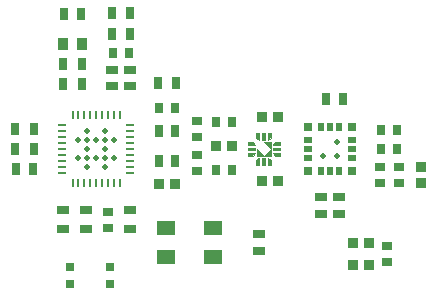
<source format=gbr>
%TF.GenerationSoftware,KiCad,Pcbnew,5.1.10-88a1d61d58~90~ubuntu20.04.1*%
%TF.CreationDate,2021-07-27T13:56:02-04:00*%
%TF.ProjectId,ta-comm-401,74612d63-6f6d-46d2-9d34-30312e6b6963,rev?*%
%TF.SameCoordinates,Original*%
%TF.FileFunction,Paste,Top*%
%TF.FilePolarity,Positive*%
%FSLAX46Y46*%
G04 Gerber Fmt 4.6, Leading zero omitted, Abs format (unit mm)*
G04 Created by KiCad (PCBNEW 5.1.10-88a1d61d58~90~ubuntu20.04.1) date 2021-07-27 13:56:02*
%MOMM*%
%LPD*%
G01*
G04 APERTURE LIST*
%ADD10C,0.500000*%
%ADD11C,0.025000*%
%ADD12R,0.780000X0.990000*%
%ADD13R,0.940000X0.800000*%
%ADD14R,0.830000X0.960000*%
%ADD15R,0.990000X0.780000*%
%ADD16R,0.800000X0.940000*%
%ADD17R,0.960000X0.830000*%
%ADD18R,0.950000X1.000000*%
%ADD19R,0.760000X0.260000*%
%ADD20R,0.260000X0.760000*%
%ADD21R,0.750000X0.750000*%
%ADD22R,0.750000X0.500000*%
%ADD23R,0.500000X0.750000*%
%ADD24R,1.400000X0.600000*%
%ADD25R,1.050000X2.200000*%
%ADD26R,0.800000X0.800000*%
%ADD27R,0.800000X1.000000*%
%ADD28R,1.000000X0.800000*%
%ADD29R,1.600000X1.300000*%
G04 APERTURE END LIST*
D10*
%TO.C,IC1*%
X142949000Y-109500000D02*
X142951000Y-109500000D01*
X142949000Y-108000000D02*
X142951000Y-108000000D01*
X141449000Y-109500000D02*
X141451000Y-109500000D01*
X141449000Y-108000000D02*
X141451000Y-108000000D01*
X143699000Y-108750000D02*
X143701000Y-108750000D01*
X142199000Y-108750000D02*
X142201000Y-108750000D01*
X142949000Y-108750000D02*
X142951000Y-108750000D01*
X141449000Y-108750000D02*
X141451000Y-108750000D01*
X140699000Y-108750000D02*
X140701000Y-108750000D01*
X142949000Y-106500000D02*
X142951000Y-106500000D01*
X141449000Y-106500000D02*
X141451000Y-106500000D01*
X143699000Y-107250000D02*
X143701000Y-107250000D01*
X142949000Y-107250000D02*
X142951000Y-107250000D01*
X142199000Y-107250000D02*
X142201000Y-107250000D01*
X141449000Y-107250000D02*
X141451000Y-107250000D01*
X140699000Y-107250000D02*
X140701000Y-107250000D01*
D11*
%TO.C,IC2*%
G36*
X155633000Y-107625000D02*
G01*
X155050000Y-107625000D01*
X155050000Y-107375000D01*
X155483000Y-107375000D01*
X155633000Y-107625000D01*
G37*
X155633000Y-107625000D02*
X155050000Y-107625000D01*
X155050000Y-107375000D01*
X155483000Y-107375000D01*
X155633000Y-107625000D01*
G36*
X155630000Y-107875000D02*
G01*
X155050000Y-107875000D01*
X155050000Y-108125000D01*
X155630000Y-108125000D01*
X155630000Y-107875000D01*
G37*
X155630000Y-107875000D02*
X155050000Y-107875000D01*
X155050000Y-108125000D01*
X155630000Y-108125000D01*
X155630000Y-107875000D01*
G36*
X155633000Y-108375000D02*
G01*
X155050000Y-108375000D01*
X155050000Y-108625000D01*
X155483000Y-108625000D01*
X155633000Y-108375000D01*
G37*
X155633000Y-108375000D02*
X155050000Y-108375000D01*
X155050000Y-108625000D01*
X155483000Y-108625000D01*
X155633000Y-108375000D01*
G36*
X156025000Y-107233000D02*
G01*
X156025000Y-106650000D01*
X155775000Y-106650000D01*
X155775000Y-107083000D01*
X156025000Y-107233000D01*
G37*
X156025000Y-107233000D02*
X156025000Y-106650000D01*
X155775000Y-106650000D01*
X155775000Y-107083000D01*
X156025000Y-107233000D01*
G36*
X156525000Y-107230000D02*
G01*
X156525000Y-106650000D01*
X156275000Y-106650000D01*
X156275000Y-107230000D01*
X156525000Y-107230000D01*
G37*
X156525000Y-107230000D02*
X156525000Y-106650000D01*
X156275000Y-106650000D01*
X156275000Y-107230000D01*
X156525000Y-107230000D01*
G36*
X156775000Y-107233000D02*
G01*
X156775000Y-106650000D01*
X157025000Y-106650000D01*
X157025000Y-107083000D01*
X156775000Y-107233000D01*
G37*
X156775000Y-107233000D02*
X156775000Y-106650000D01*
X157025000Y-106650000D01*
X157025000Y-107083000D01*
X156775000Y-107233000D01*
G36*
X156025000Y-108775000D02*
G01*
X156025000Y-109358000D01*
X155775000Y-109358000D01*
X155775000Y-108925000D01*
X156025000Y-108775000D01*
G37*
X156025000Y-108775000D02*
X156025000Y-109358000D01*
X155775000Y-109358000D01*
X155775000Y-108925000D01*
X156025000Y-108775000D01*
G36*
X156525000Y-109355000D02*
G01*
X156525000Y-108775000D01*
X156275000Y-108775000D01*
X156275000Y-109355000D01*
X156525000Y-109355000D01*
G37*
X156525000Y-109355000D02*
X156525000Y-108775000D01*
X156275000Y-108775000D01*
X156275000Y-109355000D01*
X156525000Y-109355000D01*
G36*
X156775000Y-108775000D02*
G01*
X156775000Y-109358000D01*
X157025000Y-109358000D01*
X157025000Y-108925000D01*
X156775000Y-108775000D01*
G37*
X156775000Y-108775000D02*
X156775000Y-109358000D01*
X157025000Y-109358000D01*
X157025000Y-108925000D01*
X156775000Y-108775000D01*
G36*
X157167000Y-107625000D02*
G01*
X157750000Y-107625000D01*
X157750000Y-107375000D01*
X157317000Y-107375000D01*
X157167000Y-107625000D01*
G37*
X157167000Y-107625000D02*
X157750000Y-107625000D01*
X157750000Y-107375000D01*
X157317000Y-107375000D01*
X157167000Y-107625000D01*
G36*
X157750000Y-107875000D02*
G01*
X157170000Y-107875000D01*
X157170000Y-108125000D01*
X157750000Y-108125000D01*
X157750000Y-107875000D01*
G37*
X157750000Y-107875000D02*
X157170000Y-107875000D01*
X157170000Y-108125000D01*
X157750000Y-108125000D01*
X157750000Y-107875000D01*
G36*
X157167000Y-108375000D02*
G01*
X157750000Y-108375000D01*
X157750000Y-108625000D01*
X157317000Y-108625000D01*
X157167000Y-108375000D01*
G37*
X157167000Y-108375000D02*
X157750000Y-108375000D01*
X157750000Y-108625000D01*
X157317000Y-108625000D01*
X157167000Y-108375000D01*
G36*
X156375000Y-108575000D02*
G01*
X155825000Y-108575000D01*
X155825000Y-108025000D01*
X156375000Y-108575000D01*
G37*
X156375000Y-108575000D02*
X155825000Y-108575000D01*
X155825000Y-108025000D01*
X156375000Y-108575000D01*
G36*
X156975000Y-108025000D02*
G01*
X156975000Y-108575000D01*
X156425000Y-108575000D01*
X156975000Y-108025000D01*
G37*
X156975000Y-108025000D02*
X156975000Y-108575000D01*
X156425000Y-108575000D01*
X156975000Y-108025000D01*
G36*
X156425000Y-107425000D02*
G01*
X156975000Y-107425000D01*
X156975000Y-107975000D01*
X156425000Y-107425000D01*
G37*
X156425000Y-107425000D02*
X156975000Y-107425000D01*
X156975000Y-107975000D01*
X156425000Y-107425000D01*
D10*
%TO.C,IC3*%
X162599000Y-108600000D02*
X162601000Y-108600000D01*
X161399000Y-108600000D02*
X161400000Y-108596900D01*
X162599000Y-107400000D02*
X162601000Y-107400000D01*
%TD*%
D12*
%TO.C,C17*%
X163100000Y-103800000D03*
X161700000Y-103800000D03*
%TD*%
D13*
%TO.C,C21*%
X166200000Y-109530000D03*
X166200000Y-110870000D03*
%TD*%
D14*
%TO.C,C13*%
X152320000Y-107750000D03*
X153680000Y-107750000D03*
%TD*%
D12*
%TO.C,C2*%
X140900000Y-96570000D03*
X139500000Y-96570000D03*
%TD*%
D15*
%TO.C,C14*%
X156000000Y-116600000D03*
X156000000Y-115200000D03*
%TD*%
D14*
%TO.C,C10*%
X148880000Y-111000000D03*
X147520000Y-111000000D03*
%TD*%
D16*
%TO.C,C12*%
X152330000Y-109800000D03*
X153670000Y-109800000D03*
%TD*%
D13*
%TO.C,C11*%
X150700000Y-106970000D03*
X150700000Y-105630000D03*
%TD*%
D12*
%TO.C,C8*%
X147500000Y-106500000D03*
X148900000Y-106500000D03*
%TD*%
D13*
%TO.C,C6*%
X143200000Y-113330000D03*
X143200000Y-114670000D03*
%TD*%
D15*
%TO.C,C4*%
X143500000Y-102700000D03*
X143500000Y-101300000D03*
%TD*%
D16*
%TO.C,C3*%
X143630000Y-99900000D03*
X144970000Y-99900000D03*
%TD*%
D12*
%TO.C,C1*%
X136840000Y-109700000D03*
X135440000Y-109700000D03*
%TD*%
D15*
%TO.C,C5*%
X145100000Y-102700000D03*
X145100000Y-101300000D03*
%TD*%
D16*
%TO.C,C7*%
X147530000Y-104500000D03*
X148870000Y-104500000D03*
%TD*%
D12*
%TO.C,C9*%
X147500000Y-109000000D03*
X148900000Y-109000000D03*
%TD*%
D14*
%TO.C,C15*%
X156220000Y-105300000D03*
X157580000Y-105300000D03*
%TD*%
%TO.C,C16*%
X156220000Y-110700000D03*
X157580000Y-110700000D03*
%TD*%
D15*
%TO.C,C19*%
X162800000Y-112100000D03*
X162800000Y-113500000D03*
%TD*%
%TO.C,C18*%
X161200000Y-112100000D03*
X161200000Y-113500000D03*
%TD*%
D16*
%TO.C,C20*%
X166330000Y-106400000D03*
X167670000Y-106400000D03*
%TD*%
D13*
%TO.C,C22*%
X167800000Y-109530000D03*
X167800000Y-110870000D03*
%TD*%
D17*
%TO.C,C24*%
X169700000Y-109520000D03*
X169700000Y-110880000D03*
%TD*%
D14*
%TO.C,C25*%
X165280000Y-116000000D03*
X163920000Y-116000000D03*
%TD*%
%TO.C,C26*%
X165280000Y-117780000D03*
X163920000Y-117780000D03*
%TD*%
D18*
%TO.C,FB1*%
X139400000Y-99110000D03*
X141000000Y-99110000D03*
%TD*%
D19*
%TO.C,IC1*%
X139300000Y-106000000D03*
X139300000Y-106500000D03*
X139300000Y-107000000D03*
X139300000Y-107500000D03*
X139300000Y-108000000D03*
X139300000Y-108500000D03*
X139300000Y-109000000D03*
X139300000Y-109500000D03*
X139300000Y-110000000D03*
D20*
X140200000Y-110900000D03*
X140700000Y-110900000D03*
X141200000Y-110900000D03*
X141700000Y-110900000D03*
X142200000Y-110900000D03*
X142700000Y-110900000D03*
X143200000Y-110900000D03*
X143700000Y-110900000D03*
X144200000Y-110900000D03*
D19*
X145100000Y-110000000D03*
X145100000Y-109500000D03*
X145100000Y-109000000D03*
X145100000Y-108500000D03*
X145100000Y-108000000D03*
X145100000Y-107500000D03*
X145100000Y-107000000D03*
X145100000Y-106500000D03*
X145100000Y-106000000D03*
D20*
X144200000Y-105100000D03*
X143700000Y-105100000D03*
X143200000Y-105100000D03*
X142700000Y-105100000D03*
X142200000Y-105100000D03*
X141700000Y-105100000D03*
X141200000Y-105100000D03*
X140700000Y-105100000D03*
X140200000Y-105100000D03*
%TD*%
D21*
%TO.C,IC3*%
X160175000Y-106175000D03*
D22*
X160175000Y-107200000D03*
X160175000Y-108000000D03*
X160175000Y-108800000D03*
D21*
X160175000Y-109825000D03*
D23*
X161200000Y-109825000D03*
X162000000Y-109825000D03*
X162800000Y-109825000D03*
D21*
X163825000Y-109825000D03*
D22*
X163825000Y-108800000D03*
X163825000Y-108000000D03*
X163825000Y-107200000D03*
D21*
X163825000Y-106175000D03*
D23*
X162800000Y-106175000D03*
X162000000Y-106175000D03*
X161200000Y-106175000D03*
%TD*%
D13*
%TO.C,L1*%
X150700000Y-108530000D03*
X150700000Y-109870000D03*
%TD*%
D16*
%TO.C,L2*%
X152330000Y-105700000D03*
X153670000Y-105700000D03*
%TD*%
%TO.C,L3*%
X166330000Y-108000000D03*
X167670000Y-108000000D03*
%TD*%
D13*
%TO.C,L4*%
X166800000Y-116220000D03*
X166800000Y-117560000D03*
%TD*%
D26*
%TO.C,LED1*%
X140000000Y-119450000D03*
X140000000Y-117950000D03*
%TD*%
%TO.C,LED2*%
X143400000Y-119450000D03*
X143400000Y-117950000D03*
%TD*%
D27*
%TO.C,R1*%
X136940000Y-106300000D03*
X135340000Y-106300000D03*
%TD*%
%TO.C,R2*%
X136940000Y-108000000D03*
X135340000Y-108000000D03*
%TD*%
D28*
%TO.C,R5*%
X139400000Y-113200000D03*
X139400000Y-114800000D03*
%TD*%
%TO.C,R6*%
X141300000Y-113200000D03*
X141300000Y-114800000D03*
%TD*%
D27*
%TO.C,R3*%
X141000000Y-100800000D03*
X139400000Y-100800000D03*
%TD*%
%TO.C,R4*%
X141000000Y-102500000D03*
X139400000Y-102500000D03*
%TD*%
%TO.C,R8*%
X145100000Y-98300000D03*
X143500000Y-98300000D03*
%TD*%
D28*
%TO.C,R9*%
X145100000Y-113200000D03*
X145100000Y-114800000D03*
%TD*%
D27*
%TO.C,R10*%
X147400000Y-102400000D03*
X149000000Y-102400000D03*
%TD*%
%TO.C,R7*%
X143500000Y-96500000D03*
X145100000Y-96500000D03*
%TD*%
D29*
%TO.C,Y1*%
X152100000Y-114650000D03*
X148100000Y-114650000D03*
X148100000Y-117150000D03*
X152100000Y-117150000D03*
%TD*%
M02*

</source>
